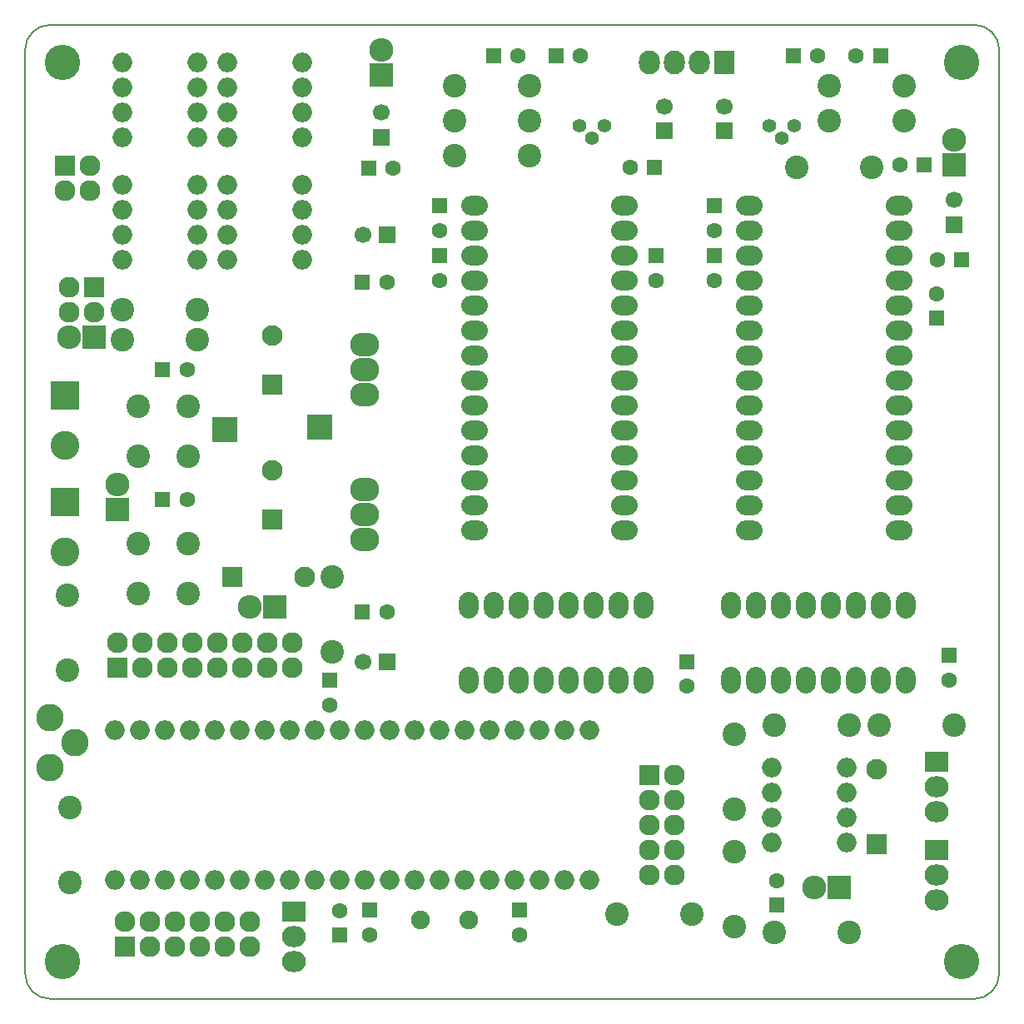
<source format=gbr>
G04 #@! TF.FileFunction,Soldermask,Bot*
%FSLAX46Y46*%
G04 Gerber Fmt 4.6, Leading zero omitted, Abs format (unit mm)*
G04 Created by KiCad (PCBNEW 4.0.2-4+6225~38~ubuntu14.04.1-stable) date mer. 25 mai 2016 20:53:34 CEST*
%MOMM*%
G01*
G04 APERTURE LIST*
%ADD10C,0.100000*%
%ADD11C,0.150000*%
%ADD12O,2.940000X2.432000*%
%ADD13O,2.700000X2.000000*%
%ADD14R,2.432000X2.432000*%
%ADD15O,2.432000X2.432000*%
%ADD16O,2.000000X2.000000*%
%ADD17C,2.100000*%
%ADD18R,2.100000X2.100000*%
%ADD19R,2.127200X2.127200*%
%ADD20O,2.127200X2.127200*%
%ADD21O,2.000000X2.700000*%
%ADD22R,1.700000X1.700000*%
%ADD23C,1.700000*%
%ADD24C,1.400760*%
%ADD25C,2.398980*%
%ADD26R,1.600000X1.600000*%
%ADD27C,1.600000*%
%ADD28R,2.432000X2.127200*%
%ADD29O,2.432000X2.127200*%
%ADD30C,2.800300*%
%ADD31C,1.901140*%
%ADD32C,2.099260*%
%ADD33R,2.099260X2.099260*%
%ADD34R,2.127200X2.432000*%
%ADD35O,2.127200X2.432000*%
%ADD36R,2.940000X2.940000*%
%ADD37C,2.940000*%
%ADD38C,3.600000*%
%ADD39R,2.635200X2.635200*%
%ADD40C,2.400000*%
G04 APERTURE END LIST*
D10*
D11*
X30480000Y-123825000D02*
G75*
G03X33020000Y-126365000I2540000J0D01*
G01*
X33020000Y-126365000D02*
X127000000Y-126365000D01*
X127000000Y-126365000D02*
G75*
G03X129540000Y-123825000I0J2540000D01*
G01*
X129540000Y-29845000D02*
G75*
G03X127000000Y-27305000I-2540000J0D01*
G01*
X33020000Y-27305000D02*
G75*
G03X30480000Y-29845000I0J-2540000D01*
G01*
X129540000Y-123825000D02*
X129540000Y-29845000D01*
X30480000Y-29845000D02*
X30480000Y-123825000D01*
X33020000Y-27305000D02*
X127000000Y-27305000D01*
D12*
X65024000Y-77089000D03*
X65024000Y-79629000D03*
X65024000Y-74549000D03*
D13*
X104140000Y-45720000D03*
X104140000Y-48260000D03*
X104140000Y-50800000D03*
X104140000Y-53340000D03*
X104140000Y-55880000D03*
X104140000Y-58420000D03*
X104140000Y-60960000D03*
X104140000Y-63500000D03*
X104140000Y-66040000D03*
X104140000Y-68580000D03*
X104140000Y-71120000D03*
X104140000Y-73660000D03*
X104140000Y-76200000D03*
X104140000Y-78740000D03*
X119380000Y-78740000D03*
X119380000Y-76200000D03*
X119380000Y-73660000D03*
X119380000Y-71120000D03*
X119380000Y-68580000D03*
X119380000Y-66040000D03*
X119380000Y-63500000D03*
X119380000Y-60960000D03*
X119380000Y-58420000D03*
X119380000Y-55880000D03*
X119380000Y-53340000D03*
X119380000Y-50800000D03*
X119380000Y-48260000D03*
X119380000Y-45720000D03*
D14*
X39878000Y-76581000D03*
D15*
X39878000Y-74041000D03*
D16*
X51054000Y-43561000D03*
X51054000Y-46101000D03*
X51054000Y-48641000D03*
X51054000Y-51181000D03*
X58674000Y-51181000D03*
X58674000Y-48641000D03*
X58674000Y-46101000D03*
X58674000Y-43561000D03*
D17*
X55626000Y-72597000D03*
D18*
X55626000Y-77597000D03*
D17*
X55626000Y-58881000D03*
D18*
X55626000Y-63881000D03*
D14*
X66675000Y-32385000D03*
D15*
X66675000Y-29845000D03*
D19*
X34544000Y-41656000D03*
D20*
X37084000Y-41656000D03*
X34544000Y-44196000D03*
X37084000Y-44196000D03*
D21*
X120015000Y-86360000D03*
X117475000Y-86360000D03*
X114935000Y-86360000D03*
X112395000Y-86360000D03*
X109855000Y-86360000D03*
X107315000Y-86360000D03*
X104775000Y-86360000D03*
X102235000Y-86360000D03*
X102235000Y-93980000D03*
X104775000Y-93980000D03*
X107315000Y-93980000D03*
X109855000Y-93980000D03*
X112395000Y-93980000D03*
X114935000Y-93980000D03*
X117475000Y-93980000D03*
X120015000Y-93980000D03*
D13*
X76200000Y-45720000D03*
X76200000Y-48260000D03*
X76200000Y-50800000D03*
X76200000Y-53340000D03*
X76200000Y-55880000D03*
X76200000Y-58420000D03*
X76200000Y-60960000D03*
X76200000Y-63500000D03*
X76200000Y-66040000D03*
X76200000Y-68580000D03*
X76200000Y-71120000D03*
X76200000Y-73660000D03*
X76200000Y-76200000D03*
X76200000Y-78740000D03*
X91440000Y-78740000D03*
X91440000Y-76200000D03*
X91440000Y-73660000D03*
X91440000Y-71120000D03*
X91440000Y-68580000D03*
X91440000Y-66040000D03*
X91440000Y-63500000D03*
X91440000Y-60960000D03*
X91440000Y-58420000D03*
X91440000Y-55880000D03*
X91440000Y-53340000D03*
X91440000Y-50800000D03*
X91440000Y-48260000D03*
X91440000Y-45720000D03*
D16*
X39624000Y-114300000D03*
X42164000Y-114300000D03*
X44704000Y-114300000D03*
X47244000Y-114300000D03*
X49784000Y-114300000D03*
X52324000Y-114300000D03*
X54864000Y-114300000D03*
X57404000Y-114300000D03*
X59944000Y-114300000D03*
X62484000Y-114300000D03*
X65024000Y-114300000D03*
X67564000Y-114300000D03*
X70104000Y-114300000D03*
X72644000Y-114300000D03*
X75184000Y-114300000D03*
X77724000Y-114300000D03*
X80264000Y-114300000D03*
X82804000Y-114300000D03*
X85344000Y-114300000D03*
X87884000Y-114300000D03*
X87884000Y-99060000D03*
X85344000Y-99060000D03*
X82804000Y-99060000D03*
X80264000Y-99060000D03*
X77724000Y-99060000D03*
X75184000Y-99060000D03*
X72644000Y-99060000D03*
X70104000Y-99060000D03*
X67564000Y-99060000D03*
X65024000Y-99060000D03*
X62484000Y-99060000D03*
X59944000Y-99060000D03*
X57404000Y-99060000D03*
X54864000Y-99060000D03*
X52324000Y-99060000D03*
X49784000Y-99060000D03*
X47244000Y-99060000D03*
X44704000Y-99060000D03*
X42164000Y-99060000D03*
X39624000Y-99060000D03*
D22*
X101600000Y-38100000D03*
D23*
X101600000Y-35600000D03*
D24*
X107442000Y-38862000D03*
X106172000Y-37592000D03*
X108712000Y-37592000D03*
D25*
X108966000Y-41783000D03*
X116586000Y-41783000D03*
D24*
X88138000Y-38862000D03*
X86868000Y-37592000D03*
X89408000Y-37592000D03*
D19*
X39878000Y-92710000D03*
D20*
X39878000Y-90170000D03*
X42418000Y-92710000D03*
X42418000Y-90170000D03*
X44958000Y-92710000D03*
X44958000Y-90170000D03*
X47498000Y-92710000D03*
X47498000Y-90170000D03*
X50038000Y-92710000D03*
X50038000Y-90170000D03*
X52578000Y-92710000D03*
X52578000Y-90170000D03*
X55118000Y-92710000D03*
X55118000Y-90170000D03*
X57658000Y-92710000D03*
X57658000Y-90170000D03*
D26*
X65532000Y-117348000D03*
D27*
X65532000Y-119848000D03*
D26*
X80772000Y-117348000D03*
D27*
X80772000Y-119848000D03*
D26*
X100584000Y-45720000D03*
D27*
X100584000Y-48220000D03*
D26*
X100584000Y-50800000D03*
D27*
X100584000Y-53300000D03*
D26*
X72644000Y-45720000D03*
D27*
X72644000Y-48220000D03*
D26*
X72644000Y-50800000D03*
D27*
X72644000Y-53300000D03*
D26*
X124460000Y-91440000D03*
D27*
X124460000Y-93940000D03*
D26*
X62484000Y-119888000D03*
D27*
X62484000Y-117388000D03*
D26*
X106934000Y-116840000D03*
D27*
X106934000Y-114340000D03*
D26*
X123190000Y-57150000D03*
D27*
X123190000Y-54650000D03*
D26*
X97790000Y-92075000D03*
D27*
X97790000Y-94575000D03*
D26*
X117475000Y-30480000D03*
D27*
X114975000Y-30480000D03*
D26*
X84455000Y-30480000D03*
D27*
X86955000Y-30480000D03*
D26*
X108585000Y-30480000D03*
D27*
X111085000Y-30480000D03*
D26*
X78105000Y-30480000D03*
D27*
X80605000Y-30480000D03*
D16*
X114046000Y-110490000D03*
X114046000Y-107950000D03*
X114046000Y-105410000D03*
X114046000Y-102870000D03*
X106426000Y-102870000D03*
X106426000Y-105410000D03*
X106426000Y-107950000D03*
X106426000Y-110490000D03*
D19*
X37465000Y-53975000D03*
D20*
X37465000Y-56515000D03*
X34925000Y-53975000D03*
X34925000Y-56515000D03*
D14*
X37465000Y-59055000D03*
D15*
X34925000Y-59055000D03*
D19*
X93980000Y-103632000D03*
D20*
X96520000Y-103632000D03*
X93980000Y-106172000D03*
X96520000Y-106172000D03*
X93980000Y-108712000D03*
X96520000Y-108712000D03*
X93980000Y-111252000D03*
X96520000Y-111252000D03*
X93980000Y-113792000D03*
X96520000Y-113792000D03*
D28*
X123190000Y-102235000D03*
D29*
X123190000Y-104775000D03*
X123190000Y-107315000D03*
D28*
X123190000Y-111252000D03*
D29*
X123190000Y-113792000D03*
X123190000Y-116332000D03*
D14*
X124968000Y-41529000D03*
D15*
X124968000Y-38989000D03*
D14*
X113284000Y-115062000D03*
D15*
X110744000Y-115062000D03*
D14*
X55880000Y-86487000D03*
D15*
X53340000Y-86487000D03*
D25*
X40386000Y-59309000D03*
X48006000Y-59309000D03*
X40386000Y-56261000D03*
X48006000Y-56261000D03*
X90678000Y-117729000D03*
X98298000Y-117729000D03*
X35052000Y-106934000D03*
X35052000Y-114554000D03*
X119888000Y-37084000D03*
X112268000Y-37084000D03*
X81788000Y-37084000D03*
X74168000Y-37084000D03*
X74168000Y-40640000D03*
X81788000Y-40640000D03*
X112268000Y-33528000D03*
X119888000Y-33528000D03*
X81788000Y-33528000D03*
X74168000Y-33528000D03*
X34798000Y-85344000D03*
X34798000Y-92964000D03*
X102616000Y-107061000D03*
X102616000Y-99441000D03*
X102616000Y-111379000D03*
X102616000Y-118999000D03*
X114300000Y-98552000D03*
X106680000Y-98552000D03*
X114300000Y-119634000D03*
X106680000Y-119634000D03*
X124968000Y-98552000D03*
X117348000Y-98552000D03*
X61722000Y-91059000D03*
X61722000Y-83439000D03*
D30*
X33020000Y-97790000D03*
X35560000Y-100330000D03*
X33020000Y-102870000D03*
D21*
X93345000Y-86360000D03*
X90805000Y-86360000D03*
X88265000Y-86360000D03*
X85725000Y-86360000D03*
X83185000Y-86360000D03*
X80645000Y-86360000D03*
X78105000Y-86360000D03*
X75565000Y-86360000D03*
X75565000Y-93980000D03*
X78105000Y-93980000D03*
X80645000Y-93980000D03*
X83185000Y-93980000D03*
X85725000Y-93980000D03*
X88265000Y-93980000D03*
X90805000Y-93980000D03*
X93345000Y-93980000D03*
D16*
X51054000Y-31115000D03*
X51054000Y-33655000D03*
X51054000Y-36195000D03*
X51054000Y-38735000D03*
X58674000Y-38735000D03*
X58674000Y-36195000D03*
X58674000Y-33655000D03*
X58674000Y-31115000D03*
X40386000Y-43561000D03*
X40386000Y-46101000D03*
X40386000Y-48641000D03*
X40386000Y-51181000D03*
X48006000Y-51181000D03*
X48006000Y-48641000D03*
X48006000Y-46101000D03*
X48006000Y-43561000D03*
X40386000Y-31115000D03*
X40386000Y-33655000D03*
X40386000Y-36195000D03*
X40386000Y-38735000D03*
X48006000Y-38735000D03*
X48006000Y-36195000D03*
X48006000Y-33655000D03*
X48006000Y-31115000D03*
D31*
X75592940Y-118364000D03*
X70711060Y-118364000D03*
D22*
X95504000Y-38100000D03*
D23*
X95504000Y-35600000D03*
D26*
X94615000Y-50800000D03*
D27*
X94615000Y-53300000D03*
D26*
X61468000Y-93980000D03*
D27*
X61468000Y-96480000D03*
D32*
X117094000Y-102997000D03*
D33*
X117094000Y-110617000D03*
D32*
X58928000Y-83439000D03*
D33*
X51562000Y-83439000D03*
D34*
X101600000Y-31115000D03*
D35*
X99060000Y-31115000D03*
X96520000Y-31115000D03*
X93980000Y-31115000D03*
D26*
X125730000Y-51181000D03*
D27*
X123230000Y-51181000D03*
D26*
X65405000Y-41910000D03*
D27*
X67905000Y-41910000D03*
D22*
X124968000Y-47625000D03*
D23*
X124968000Y-45125000D03*
D22*
X66675000Y-38735000D03*
D23*
X66675000Y-36235000D03*
D26*
X44450000Y-75565000D03*
D27*
X46950000Y-75565000D03*
D26*
X64770000Y-86995000D03*
D27*
X67270000Y-86995000D03*
D26*
X44450000Y-62357000D03*
D27*
X46950000Y-62357000D03*
D26*
X64770000Y-53467000D03*
D27*
X67270000Y-53467000D03*
D22*
X67310000Y-92075000D03*
D23*
X64810000Y-92075000D03*
D22*
X67310000Y-48641000D03*
D23*
X64810000Y-48641000D03*
D12*
X65024000Y-62357000D03*
X65024000Y-64897000D03*
X65024000Y-59817000D03*
D36*
X34544000Y-65024000D03*
D37*
X34544000Y-70104000D03*
D36*
X34544000Y-75819000D03*
D37*
X34544000Y-80899000D03*
D38*
X34290000Y-122555000D03*
X125730000Y-122555000D03*
X34290000Y-31115000D03*
X125730000Y-31115000D03*
D19*
X40640000Y-121031000D03*
D20*
X40640000Y-118491000D03*
X43180000Y-121031000D03*
X43180000Y-118491000D03*
X45720000Y-121031000D03*
X45720000Y-118491000D03*
X48260000Y-121031000D03*
X48260000Y-118491000D03*
X50800000Y-121031000D03*
X50800000Y-118491000D03*
X53340000Y-121031000D03*
X53340000Y-118491000D03*
D28*
X57785000Y-117475000D03*
D29*
X57785000Y-120015000D03*
X57785000Y-122555000D03*
D26*
X94488000Y-41783000D03*
D27*
X91988000Y-41783000D03*
D26*
X121920000Y-41529000D03*
D27*
X119420000Y-41529000D03*
D39*
X60452000Y-68199000D03*
X50800000Y-68453000D03*
D40*
X41950000Y-85130000D03*
X47030000Y-85130000D03*
X47030000Y-80050000D03*
X41950000Y-80050000D03*
X41950000Y-71160000D03*
X47030000Y-71160000D03*
X47030000Y-66080000D03*
X41950000Y-66080000D03*
M02*

</source>
